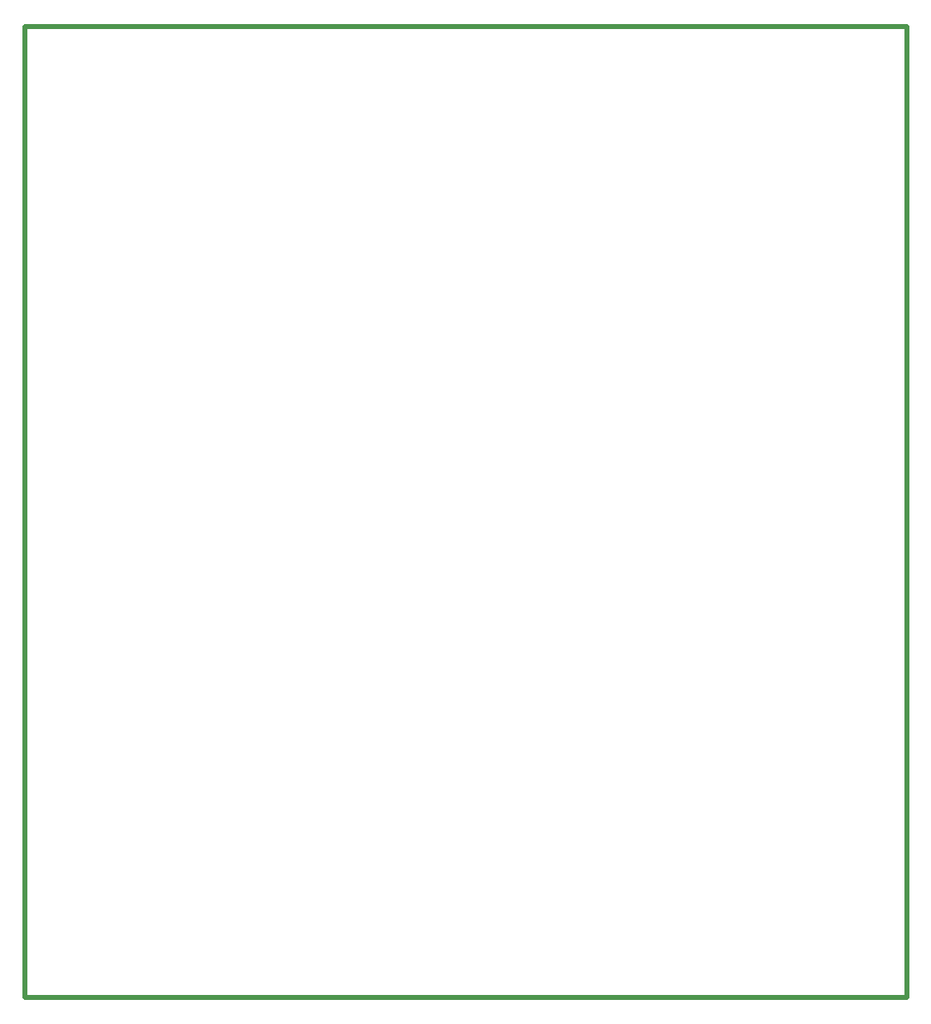
<source format=gm1>
G04*
G04 #@! TF.GenerationSoftware,Altium Limited,Altium Designer,19.1.9 (167)*
G04*
G04 Layer_Color=16711935*
%FSLAX25Y25*%
%MOIN*%
G70*
G01*
G75*
%ADD80C,0.02000*%
D80*
X354331Y1969D02*
Y391732D01*
X0Y1969D02*
Y391732D01*
X354331D01*
X0Y1969D02*
X354331D01*
M02*

</source>
